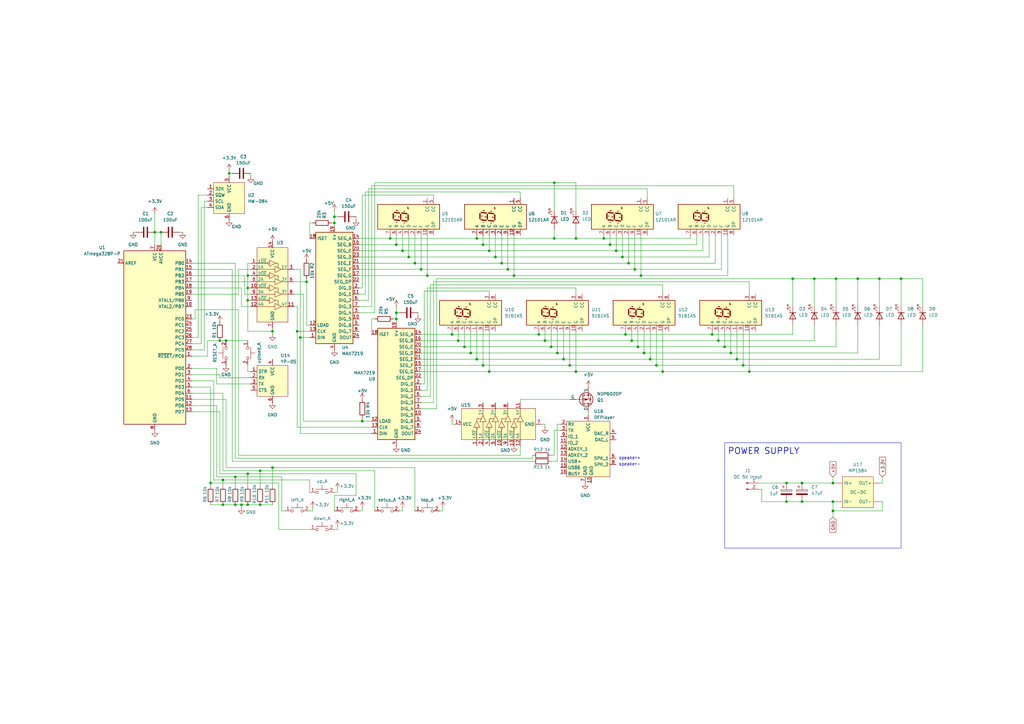
<source format=kicad_sch>
(kicad_sch (version 20250114) (generator "eeschema") (generator_version "9.0")
  (paper "A3")
  (title_block (title "Alarm Clock Full Schematic") (date "2025-12-06") (rev "1") (company "Lidwyn"))
  (rectangle (start 297.18 181.61) (end 369.57 224.79))
  (text "POWER SUPPLY" (at 298.45 183.642 0) (effects (font (size 2.54 2.54) (thickness 0.254) (bold yes)) (justify left top)))
  (text "speaker-" (at 258.318 190.5 0) (effects (font (size 1.27 1.27))))
  (text "speaker+" (at 258.318 187.96 0) (effects (font (size 1.27 1.27))))
  (junction (at 165.1 102.87))
  (junction (at 255.27 105.41))
  (junction (at 233.68 149.86))
  (junction (at 210.82 113.03))
  (junction (at 236.22 152.4))
  (junction (at 137.16 88.9))
  (junction (at 351.79 114.3))
  (junction (at 160.02 97.79))
  (junction (at 96.52 207.01))
  (junction (at 226.06 142.24))
  (junction (at 271.78 152.4))
  (junction (at 106.68 207.01))
  (junction (at 99.06 207.01))
  (junction (at 148.59 172.72))
  (junction (at 96.52 195.58))
  (junction (at 341.63 198.12))
  (junction (at 137.16 91.44))
  (junction (at 307.34 152.4))
  (junction (at 260.35 110.49))
  (junction (at 93.98 71.12))
  (junction (at 208.28 110.49))
  (junction (at 247.65 97.79))
  (junction (at 63.5 95.25))
  (junction (at 185.42 137.16))
  (junction (at 205.74 107.95))
  (junction (at 325.12 114.3))
  (junction (at 304.8 149.86))
  (junction (at 175.26 113.03))
  (junction (at 231.14 147.32))
  (junction (at 111.76 135.89))
  (junction (at 92.71 139.7))
  (junction (at 299.72 144.78))
  (junction (at 269.24 149.86))
  (junction (at 250.19 100.33))
  (junction (at 266.7 147.32))
  (junction (at 187.96 139.7))
  (junction (at 106.68 193.04))
  (junction (at 193.04 144.78))
  (junction (at 172.72 110.49))
  (junction (at 341.63 209.55))
  (junction (at 91.44 196.85))
  (junction (at 125.73 115.57))
  (junction (at 198.12 100.33))
  (junction (at 162.56 130.81))
  (junction (at 228.6 144.78))
  (junction (at 292.1 137.16))
  (junction (at 223.52 139.7))
  (junction (at 195.58 147.32))
  (junction (at 256.54 137.16))
  (junction (at 328.93 198.12))
  (junction (at 66.04 95.25))
  (junction (at 341.63 205.74))
  (junction (at 90.17 139.7))
  (junction (at 262.89 113.03))
  (junction (at 259.08 139.7))
  (junction (at 101.6 207.01))
  (junction (at 297.18 142.24))
  (junction (at 162.56 128.27))
  (junction (at 123.19 138.43))
  (junction (at 334.01 114.3))
  (junction (at 121.92 135.89))
  (junction (at 261.62 142.24))
  (junction (at 302.26 147.32))
  (junction (at 162.56 100.33))
  (junction (at 264.16 144.78))
  (junction (at 322.58 198.12))
  (junction (at 195.58 97.79))
  (junction (at 252.73 102.87))
  (junction (at 170.18 107.95))
  (junction (at 190.5 142.24))
  (junction (at 101.6 118.11))
  (junction (at 227.33 74.93))
  (junction (at 101.6 123.19))
  (junction (at 322.58 205.74))
  (junction (at 220.98 137.16))
  (junction (at 328.93 205.74))
  (junction (at 101.6 113.03))
  (junction (at 200.66 152.4))
  (junction (at 101.6 194.31))
  (junction (at 200.66 102.87))
  (junction (at 369.57 114.3))
  (junction (at 111.76 191.77))
  (junction (at 227.33 97.79))
  (junction (at 342.9 114.3))
  (junction (at 360.68 114.3))
  (junction (at 167.64 105.41))
  (junction (at 294.64 139.7))
  (junction (at 257.81 107.95))
  (junction (at 198.12 149.86))
  (junction (at 86.36 198.12))
  (junction (at 203.2 105.41))
  (junction (at 236.22 97.79))
  (junction (at 91.44 207.01))
  (wire (pts (xy 80.01 130.81) (xy 78.74 130.81)))
  (wire (pts (xy 227.33 186.69) (xy 227.33 176.53)))
  (wire (pts (xy 148.59 80.01) (xy 177.8 80.01)))
  (wire (pts (xy 83.82 82.55) (xy 83.82 143.51)))
  (wire (pts (xy 162.56 128.27) (xy 162.56 130.81)))
  (wire (pts (xy 300.99 76.2) (xy 300.99 81.28)))
  (wire (pts (xy 227.33 74.93) (xy 227.33 86.36)))
  (wire (pts (xy 88.9 195.58) (xy 88.9 166.37)))
  (wire (pts (xy 124.46 120.65) (xy 124.46 172.72)))
  (wire (pts (xy 87.63 156.21) (xy 78.74 156.21)))
  (wire (pts (xy 146.05 194.31) (xy 101.6 194.31)))
  (wire (pts (xy 290.83 105.41) (xy 290.83 96.52)))
  (wire (pts (xy 153.67 74.93) (xy 227.33 74.93)))
  (wire (pts (xy 302.26 147.32) (xy 360.68 147.32)))
  (wire (pts (xy 231.14 147.32) (xy 266.7 147.32)))
  (wire (pts (xy 137.16 88.9) (xy 138.43 88.9)))
  (wire (pts (xy 96.52 195.58) (xy 96.52 199.39)))
  (wire (pts (xy 101.6 194.31) (xy 90.17 194.31)))
  (wire (pts (xy 283.21 97.79) (xy 283.21 96.52)))
  (wire (pts (xy 193.04 144.78) (xy 193.04 135.89)))
  (wire (pts (xy 236.22 97.79) (xy 247.65 97.79)))
  (wire (pts (xy 147.32 97.79) (xy 160.02 97.79)))
  (wire (pts (xy 210.82 113.03) (xy 210.82 96.52)))
  (wire (pts (xy 170.18 191.77) (xy 111.76 191.77)))
  (wire (pts (xy 78.74 161.29) (xy 91.44 161.29)))
  (wire (pts (xy 233.68 149.86) (xy 233.68 135.89)))
  (wire (pts (xy 147.32 113.03) (xy 175.26 113.03)))
  (wire (pts (xy 297.18 142.24) (xy 342.9 142.24)))
  (wire (pts (xy 227.33 74.93) (xy 236.22 74.93)))
  (wire (pts (xy 147.32 128.27) (xy 153.67 128.27)))
  (wire (pts (xy 325.12 114.3) (xy 334.01 114.3)))
  (wire (pts (xy 123.19 177.8) (xy 152.4 177.8)))
  (wire (pts (xy 93.98 69.85) (xy 93.98 71.12)))
  (wire (pts (xy 223.52 173.99) (xy 223.52 175.26)))
  (wire (pts (xy 369.57 149.86) (xy 369.57 133.35)))
  (wire (pts (xy 198.12 100.33) (xy 250.19 100.33)))
  (wire (pts (xy 172.72 152.4) (xy 200.66 152.4)))
  (wire (pts (xy 123.19 110.49) (xy 123.19 138.43)))
  (wire (pts (xy 93.98 71.12) (xy 93.98 72.39)))
  (wire (pts (xy 128.27 208.28) (xy 128.27 209.55)))
  (wire (pts (xy 227.33 97.79) (xy 236.22 97.79)))
  (wire (pts (xy 99.06 125.73) (xy 102.87 125.73)))
  (wire (pts (xy 100.33 113.03) (xy 100.33 120.65)))
  (wire (pts (xy 172.72 110.49) (xy 208.28 110.49)))
  (wire (pts (xy 102.87 154.94) (xy 90.17 154.94)))
  (wire (pts (xy 295.91 110.49) (xy 295.91 96.52)))
  (wire (pts (xy 312.42 200.66) (xy 312.42 205.74)))
  (wire (pts (xy 63.5 95.25) (xy 66.04 95.25)))
  (wire (pts (xy 148.59 208.28) (xy 148.59 209.55)))
  (wire (pts (xy 171.45 128.27) (xy 171.45 129.54)))
  (wire (pts (xy 91.44 193.04) (xy 106.68 193.04)))
  (wire (pts (xy 100.33 120.65) (xy 102.87 120.65)))
  (wire (pts (xy 124.46 172.72) (xy 148.59 172.72)))
  (wire (pts (xy 294.64 139.7) (xy 294.64 135.89)))
  (wire (pts (xy 91.44 196.85) (xy 87.63 196.85)))
  (wire (pts (xy 165.1 102.87) (xy 165.1 96.52)))
  (wire (pts (xy 172.72 167.64) (xy 179.07 167.64)))
  (wire (pts (xy 115.57 195.58) (xy 96.52 195.58)))
  (wire (pts (xy 148.59 118.11) (xy 148.59 80.01)))
  (wire (pts (xy 90.17 194.31) (xy 90.17 168.91)))
  (wire (pts (xy 63.5 95.25) (xy 63.5 100.33)))
  (wire (pts (xy 125.73 133.35) (xy 127 133.35)))
  (wire (pts (xy 127 201.93) (xy 127 196.85)))
  (wire (pts (xy 218.44 187.96) (xy 96.52 187.96)))
  (wire (pts (xy 261.62 142.24) (xy 297.18 142.24)))
  (wire (pts (xy 101.6 113.03) (xy 101.6 118.11)))
  (wire (pts (xy 195.58 97.79) (xy 195.58 96.52)))
  (wire (pts (xy 97.79 120.65) (xy 97.79 110.49)))
  (wire (pts (xy 128.27 209.55) (xy 127 209.55)))
  (wire (pts (xy 341.63 198.12) (xy 342.9 198.12)))
  (wire (pts (xy 80.01 127) (xy 97.79 127)))
  (wire (pts (xy 175.26 118.11) (xy 236.22 118.11)))
  (wire (pts (xy 161.29 130.81) (xy 162.56 130.81)))
  (wire (pts (xy 351.79 144.78) (xy 351.79 133.35)))
  (wire (pts (xy 85.09 82.55) (xy 83.82 82.55)))
  (wire (pts (xy 361.95 209.55) (xy 341.63 209.55)))
  (wire (pts (xy 200.66 119.38) (xy 200.66 120.65)))
  (wire (pts (xy 262.89 113.03) (xy 262.89 96.52)))
  (wire (pts (xy 149.86 78.74) (xy 213.36 78.74)))
  (wire (pts (xy 181.61 208.28) (xy 181.61 209.55)))
  (wire (pts (xy 307.34 115.57) (xy 307.34 120.65)))
  (wire (pts (xy 228.6 189.23) (xy 228.6 173.99)))
  (wire (pts (xy 137.16 209.55) (xy 137.16 203.2)))
  (wire (pts (xy 185.42 137.16) (xy 220.98 137.16)))
  (wire (pts (xy 172.72 144.78) (xy 193.04 144.78)))
  (wire (pts (xy 106.68 193.04) (xy 106.68 199.39)))
  (wire (pts (xy 170.18 209.55) (xy 170.18 191.77)))
  (wire (pts (xy 292.1 137.16) (xy 325.12 137.16)))
  (wire (pts (xy 148.59 172.72) (xy 152.4 172.72)))
  (wire (pts (xy 341.63 209.55) (xy 341.63 212.09)))
  (wire (pts (xy 360.68 205.74) (xy 361.95 205.74)))
  (wire (pts (xy 78.74 113.03) (xy 100.33 113.03)))
  (wire (pts (xy 325.12 137.16) (xy 325.12 133.35)))
  (wire (pts (xy 236.22 152.4) (xy 271.78 152.4)))
  (wire (pts (xy 190.5 142.24) (xy 190.5 135.89)))
  (wire (pts (xy 195.58 97.79) (xy 227.33 97.79)))
  (wire (pts (xy 172.72 165.1) (xy 177.8 165.1)))
  (wire (pts (xy 299.72 144.78) (xy 299.72 135.89)))
  (wire (pts (xy 137.16 91.44) (xy 137.16 92.71)))
  (wire (pts (xy 87.63 196.85) (xy 87.63 156.21)))
  (wire (pts (xy 138.43 217.17) (xy 137.16 217.17)))
  (wire (pts (xy 233.68 149.86) (xy 269.24 149.86)))
  (wire (pts (xy 180.34 209.55) (xy 181.61 209.55)))
  (wire (pts (xy 228.6 144.78) (xy 228.6 135.89)))
  (wire (pts (xy 227.33 176.53) (xy 229.87 176.53)))
  (wire (pts (xy 123.19 138.43) (xy 123.19 177.8)))
  (wire (pts (xy 114.3 198.12) (xy 86.36 198.12)))
  (wire (pts (xy 91.44 196.85) (xy 91.44 199.39)))
  (wire (pts (xy 101.6 207.01) (xy 106.68 207.01)))
  (wire (pts (xy 78.74 163.83) (xy 92.71 163.83)))
  (wire (pts (xy 271.78 152.4) (xy 307.34 152.4)))
  (wire (pts (xy 218.44 187.96) (xy 218.44 186.69)))
  (wire (pts (xy 222.25 173.99) (xy 223.52 173.99)))
  (wire (pts (xy 137.16 88.9) (xy 137.16 91.44)))
  (wire (pts (xy 121.92 135.89) (xy 121.92 175.26)))
  (wire (pts (xy 147.32 102.87) (xy 165.1 102.87)))
  (wire (pts (xy 96.52 195.58) (xy 88.9 195.58)))
  (wire (pts (xy 220.98 137.16) (xy 220.98 135.89)))
  (wire (pts (xy 252.73 102.87) (xy 252.73 96.52)))
  (wire (pts (xy 97.79 127) (xy 97.79 186.69)))
  (wire (pts (xy 101.6 123.19) (xy 102.87 123.19)))
  (wire (pts (xy 328.93 205.74) (xy 341.63 205.74)))
  (wire (pts (xy 200.66 102.87) (xy 200.66 96.52)))
  (wire (pts (xy 260.35 110.49) (xy 260.35 96.52)))
  (wire (pts (xy 185.42 172.72) (xy 185.42 173.99)))
  (wire (pts (xy 123.19 138.43) (xy 127 138.43)))
  (wire (pts (xy 271.78 152.4) (xy 271.78 135.89)))
  (wire (pts (xy 261.62 142.24) (xy 261.62 135.89)))
  (wire (pts (xy 351.79 114.3) (xy 360.68 114.3)))
  (wire (pts (xy 78.74 115.57) (xy 102.87 115.57)))
  (wire (pts (xy 91.44 207.01) (xy 96.52 207.01)))
  (wire (pts (xy 266.7 147.32) (xy 266.7 135.89)))
  (wire (pts (xy 90.17 168.91) (xy 78.74 168.91)))
  (wire (pts (xy 147.32 123.19) (xy 151.13 123.19)))
  (wire (pts (xy 223.52 139.7) (xy 259.08 139.7)))
  (wire (pts (xy 86.36 198.12) (xy 86.36 199.39)))
  (wire (pts (xy 66.04 95.25) (xy 66.04 100.33)))
  (wire (pts (xy 228.6 173.99) (xy 229.87 173.99)))
  (wire (pts (xy 92.71 139.7) (xy 90.17 139.7)))
  (wire (pts (xy 147.32 118.11) (xy 148.59 118.11)))
  (wire (pts (xy 78.74 151.13) (xy 88.9 151.13)))
  (wire (pts (xy 101.6 123.19) (xy 101.6 135.89)))
  (wire (pts (xy 361.95 198.12) (xy 361.95 195.58)))
  (wire (pts (xy 82.55 85.09) (xy 82.55 140.97)))
  (wire (pts (xy 195.58 147.32) (xy 195.58 135.89)))
  (wire (pts (xy 311.15 200.66) (xy 312.42 200.66)))
  (wire (pts (xy 351.79 125.73) (xy 351.79 114.3)))
  (wire (pts (xy 101.6 135.89) (xy 111.76 135.89)))
  (wire (pts (xy 83.82 143.51) (xy 78.74 143.51)))
  (wire (pts (xy 102.87 157.48) (xy 88.9 157.48)))
  (wire (pts (xy 205.74 107.95) (xy 257.81 107.95)))
  (wire (pts (xy 322.58 205.74) (xy 328.93 205.74)))
  (wire (pts (xy 146.05 203.2) (xy 146.05 194.31)))
  (wire (pts (xy 172.72 147.32) (xy 195.58 147.32)))
  (wire (pts (xy 85.09 80.01) (xy 81.28 80.01)))
  (wire (pts (xy 294.64 139.7) (xy 334.01 139.7)))
  (wire (pts (xy 55.88 95.25) (xy 54.61 95.25)))
  (wire (pts (xy 247.65 97.79) (xy 283.21 97.79)))
  (wire (pts (xy 200.66 152.4) (xy 236.22 152.4)))
  (wire (pts (xy 125.73 114.3) (xy 125.73 115.57)))
  (wire (pts (xy 378.46 114.3) (xy 378.46 125.73)))
  (wire (pts (xy 269.24 149.86) (xy 269.24 135.89)))
  (wire (pts (xy 152.4 76.2) (xy 300.99 76.2)))
  (wire (pts (xy 111.76 191.77) (xy 111.76 199.39)))
  (wire (pts (xy 213.36 182.88) (xy 213.36 186.69)))
  (wire (pts (xy 101.6 118.11) (xy 102.87 118.11)))
  (wire (pts (xy 173.99 119.38) (xy 173.99 157.48)))
  (wire (pts (xy 213.36 78.74) (xy 213.36 81.28)))
  (wire (pts (xy 341.63 205.74) (xy 341.63 209.55)))
  (wire (pts (xy 81.28 80.01) (xy 81.28 138.43)))
  (wire (pts (xy 172.72 149.86) (xy 198.12 149.86)))
  (wire (pts (xy 288.29 102.87) (xy 288.29 96.52)))
  (wire (pts (xy 165.1 102.87) (xy 200.66 102.87)))
  (wire (pts (xy 172.72 110.49) (xy 172.72 96.52)))
  (wire (pts (xy 99.06 207.01) (xy 99.06 208.28)))
  (wire (pts (xy 90.17 139.7) (xy 85.09 139.7)))
  (wire (pts (xy 78.74 110.49) (xy 95.25 110.49)))
  (wire (pts (xy 172.72 162.56) (xy 176.53 162.56)))
  (wire (pts (xy 369.57 114.3) (xy 378.46 114.3)))
  (wire (pts (xy 226.06 186.69) (xy 227.33 186.69)))
  (wire (pts (xy 165.1 209.55) (xy 163.83 209.55)))
  (wire (pts (xy 165.1 208.28) (xy 165.1 209.55)))
  (wire (pts (xy 257.81 107.95) (xy 293.37 107.95)))
  (wire (pts (xy 120.65 115.57) (xy 125.73 115.57)))
  (wire (pts (xy 256.54 137.16) (xy 292.1 137.16)))
  (wire (pts (xy 198.12 149.86) (xy 233.68 149.86)))
  (wire (pts (xy 149.86 120.65) (xy 149.86 78.74)))
  (wire (pts (xy 147.32 107.95) (xy 170.18 107.95)))
  (wire (pts (xy 102.87 107.95) (xy 101.6 107.95)))
  (wire (pts (xy 312.42 205.74) (xy 322.58 205.74)))
  (wire (pts (xy 177.8 115.57) (xy 307.34 115.57)))
  (wire (pts (xy 138.43 200.66) (xy 138.43 201.93)))
  (wire (pts (xy 252.73 102.87) (xy 288.29 102.87)))
  (wire (pts (xy 138.43 201.93) (xy 137.16 201.93)))
  (wire (pts (xy 85.09 146.05) (xy 78.74 146.05)))
  (wire (pts (xy 175.26 113.03) (xy 210.82 113.03)))
  (wire (pts (xy 127 97.79) (xy 127 91.44)))
  (wire (pts (xy 227.33 93.98) (xy 227.33 97.79)))
  (wire (pts (xy 147.32 100.33) (xy 162.56 100.33)))
  (wire (pts (xy 101.6 118.11) (xy 101.6 123.19)))
  (wire (pts (xy 97.79 186.69) (xy 213.36 186.69)))
  (wire (pts (xy 172.72 142.24) (xy 190.5 142.24)))
  (wire (pts (xy 247.65 97.79) (xy 247.65 96.52)))
  (wire (pts (xy 208.28 110.49) (xy 260.35 110.49)))
  (wire (pts (xy 99.06 118.11) (xy 99.06 125.73)))
  (wire (pts (xy 121.92 125.73) (xy 121.92 135.89)))
  (wire (pts (xy 162.56 100.33) (xy 198.12 100.33)))
  (wire (pts (xy 125.73 115.57) (xy 125.73 133.35)))
  (wire (pts (xy 153.67 128.27) (xy 153.67 74.93)))
  (wire (pts (xy 120.65 125.73) (xy 121.92 125.73)))
  (wire (pts (xy 95.25 189.23) (xy 218.44 189.23)))
  (wire (pts (xy 175.26 113.03) (xy 175.26 96.52)))
  (wire (pts (xy 292.1 137.16) (xy 292.1 135.89)))
  (wire (pts (xy 260.35 110.49) (xy 295.91 110.49)))
  (wire (pts (xy 255.27 105.41) (xy 290.83 105.41)))
  (wire (pts (xy 299.72 144.78) (xy 351.79 144.78)))
  (wire (pts (xy 200.66 152.4) (xy 200.66 135.89)))
  (wire (pts (xy 152.4 130.81) (xy 153.67 130.81)))
  (wire (pts (xy 236.22 152.4) (xy 236.22 135.89)))
  (wire (pts (xy 111.76 137.16) (xy 111.76 135.89)))
  (wire (pts (xy 334.01 133.35) (xy 334.01 139.7)))
  (wire (pts (xy 172.72 139.7) (xy 187.96 139.7)))
  (wire (pts (xy 369.57 114.3) (xy 369.57 125.73)))
  (wire (pts (xy 81.28 138.43) (xy 78.74 138.43)))
  (wire (pts (xy 147.32 110.49) (xy 172.72 110.49)))
  (wire (pts (xy 160.02 97.79) (xy 195.58 97.79)))
  (wire (pts (xy 78.74 118.11) (xy 99.06 118.11)))
  (wire (pts (xy 208.28 110.49) (xy 208.28 96.52)))
  (wire (pts (xy 322.58 198.12) (xy 328.93 198.12)))
  (wire (pts (xy 342.9 125.73) (xy 342.9 114.3)))
  (wire (pts (xy 90.17 154.94) (xy 90.17 153.67)))
  (wire (pts (xy 334.01 114.3) (xy 342.9 114.3)))
  (wire (pts (xy 85.09 85.09) (xy 82.55 85.09)))
  (wire (pts (xy 269.24 149.86) (xy 304.8 149.86)))
  (wire (pts (xy 93.98 71.12) (xy 95.25 71.12)))
  (wire (pts (xy 173.99 119.38) (xy 200.66 119.38)))
  (wire (pts (xy 210.82 113.03) (xy 262.89 113.03)))
  (wire (pts (xy 259.08 139.7) (xy 294.64 139.7)))
  (wire (pts (xy 146.05 88.9) (xy 146.05 90.17)))
  (wire (pts (xy 137.16 203.2) (xy 146.05 203.2)))
  (wire (pts (xy 195.58 147.32) (xy 231.14 147.32)))
  (wire (pts (xy 304.8 149.86) (xy 369.57 149.86)))
  (wire (pts (xy 86.36 198.12) (xy 86.36 158.75)))
  (wire (pts (xy 151.13 123.19) (xy 151.13 77.47)))
  (wire (pts (xy 228.6 144.78) (xy 264.16 144.78)))
  (wire (pts (xy 172.72 157.48) (xy 173.99 157.48)))
  (wire (pts (xy 115.57 209.55) (xy 115.57 195.58)))
  (wire (pts (xy 127 196.85) (xy 91.44 196.85)))
  (wire (pts (xy 90.17 153.67) (xy 78.74 153.67)))
  (wire (pts (xy 250.19 100.33) (xy 250.19 96.52)))
  (wire (pts (xy 175.26 160.02) (xy 175.26 118.11)))
  (wire (pts (xy 236.22 74.93) (xy 236.22 86.36)))
  (wire (pts (xy 135.89 91.44) (xy 137.16 91.44)))
  (wire (pts (xy 378.46 152.4) (xy 378.46 133.35)))
  (wire (pts (xy 177.8 165.1) (xy 177.8 115.57)))
  (wire (pts (xy 223.52 139.7) (xy 223.52 135.89)))
  (wire (pts (xy 307.34 152.4) (xy 378.46 152.4)))
  (wire (pts (xy 172.72 137.16) (xy 185.42 137.16)))
  (wire (pts (xy 311.15 198.12) (xy 322.58 198.12)))
  (wire (pts (xy 213.36 165.1) (xy 213.36 163.83)))
  (wire (pts (xy 138.43 215.9) (xy 138.43 217.17)))
  (wire (pts (xy 97.79 110.49) (xy 102.87 110.49)))
  (wire (pts (xy 360.68 198.12) (xy 361.95 198.12)))
  (wire (pts (xy 147.32 125.73) (xy 152.4 125.73)))
  (wire (pts (xy 360.68 147.32) (xy 360.68 133.35)))
  (wire (pts (xy 334.01 114.3) (xy 334.01 125.73)))
  (wire (pts (xy 179.07 114.3) (xy 179.07 167.64)))
  (wire (pts (xy 360.68 114.3) (xy 369.57 114.3)))
  (wire (pts (xy 101.6 107.95) (xy 101.6 113.03)))
  (wire (pts (xy 250.19 100.33) (xy 285.75 100.33)))
  (wire (pts (xy 256.54 137.16) (xy 256.54 135.89)))
  (wire (pts (xy 85.09 139.7) (xy 85.09 146.05)))
  (wire (pts (xy 86.36 158.75) (xy 78.74 158.75)))
  (wire (pts (xy 187.96 139.7) (xy 187.96 135.89)))
  (wire (pts (xy 241.3 168.91) (xy 241.3 170.18)))
  (wire (pts (xy 264.16 144.78) (xy 299.72 144.78)))
  (wire (pts (xy 302.26 147.32) (xy 302.26 135.89)))
  (wire (pts (xy 96.52 207.01) (xy 99.06 207.01)))
  (wire (pts (xy 63.5 87.63) (xy 63.5 95.25)))
  (wire (pts (xy 172.72 160.02) (xy 175.26 160.02)))
  (wire (pts (xy 259.08 139.7) (xy 259.08 135.89)))
  (wire (pts (xy 162.56 125.73) (xy 162.56 128.27)))
  (wire (pts (xy 213.36 163.83) (xy 233.68 163.83)))
  (wire (pts (xy 231.14 147.32) (xy 231.14 135.89)))
  (wire (pts (xy 101.6 139.7) (xy 92.71 139.7)))
  (wire (pts (xy 162.56 130.81) (xy 162.56 132.08)))
  (wire (pts (xy 137.16 86.36) (xy 137.16 88.9)))
  (wire (pts (xy 193.04 144.78) (xy 228.6 144.78)))
  (wire (pts (xy 187.96 139.7) (xy 223.52 139.7)))
  (wire (pts (xy 95.25 110.49) (xy 95.25 189.23)))
  (wire (pts (xy 153.67 193.04) (xy 153.67 209.55)))
  (wire (pts (xy 92.71 191.77) (xy 92.71 163.83)))
  (wire (pts (xy 325.12 114.3) (xy 325.12 125.73)))
  (wire (pts (xy 86.36 207.01) (xy 91.44 207.01)))
  (wire (pts (xy 74.93 95.25) (xy 73.66 95.25)))
  (wire (pts (xy 102.87 152.4) (xy 101.6 152.4)))
  (wire (pts (xy 114.3 217.17) (xy 114.3 198.12)))
  (wire (pts (xy 101.6 194.31) (xy 101.6 199.39)))
  (wire (pts (xy 255.27 105.41) (xy 255.27 96.52)))
  (wire (pts (xy 102.87 113.03) (xy 101.6 113.03)))
  (wire (pts (xy 328.93 198.12) (xy 341.63 198.12)))
  (wire (pts (xy 88.9 166.37) (xy 78.74 166.37)))
  (wire (pts (xy 82.55 140.97) (xy 78.74 140.97)))
  (wire (pts (xy 185.42 137.16) (xy 185.42 135.89)))
  (wire (pts (xy 342.9 114.3) (xy 351.79 114.3)))
  (wire (pts (xy 190.5 142.24) (xy 226.06 142.24)))
  (wire (pts (xy 106.68 207.01) (xy 111.76 207.01)))
  (wire (pts (xy 177.8 80.01) (xy 177.8 81.28)))
  (wire (pts (xy 102.87 71.12) (xy 102.87 72.39)))
  (wire (pts (xy 160.02 97.79) (xy 160.02 96.52)))
  (wire (pts (xy 167.64 105.41) (xy 203.2 105.41)))
  (wire (pts (xy 293.37 107.95) (xy 293.37 96.52)))
  (wire (pts (xy 152.4 125.73) (xy 152.4 76.2)))
  (wire (pts (xy 264.16 144.78) (xy 264.16 135.89)))
  (wire (pts (xy 147.32 120.65) (xy 149.86 120.65)))
  (wire (pts (xy 176.53 116.84) (xy 176.53 162.56)))
  (wire (pts (xy 307.34 152.4) (xy 307.34 135.89)))
  (wire (pts (xy 185.42 173.99) (xy 186.69 173.99)))
  (wire (pts (xy 148.59 209.55) (xy 147.32 209.55)))
  (wire (pts (xy 167.64 105.41) (xy 167.64 96.52)))
  (wire (pts (xy 226.06 142.24) (xy 261.62 142.24)))
  (wire (pts (xy 200.66 102.87) (xy 252.73 102.87)))
  (wire (pts (xy 162.56 100.33) (xy 162.56 96.52)))
  (wire (pts (xy 78.74 120.65) (xy 97.79 120.65)))
  (wire (pts (xy 148.59 171.45) (xy 148.59 172.72)))
  (wire (pts (xy 151.13 77.47) (xy 265.43 77.47)))
  (wire (pts (xy 360.68 114.3) (xy 360.68 125.73)))
  (wire (pts (xy 162.56 128.27) (xy 163.83 128.27)))
  (wire (pts (xy 111.76 191.77) (xy 92.71 191.77)))
  (wire (pts (xy 203.2 105.41) (xy 255.27 105.41)))
  (wire (pts (xy 271.78 116.84) (xy 271.78 120.65)))
  (wire (pts (xy 285.75 100.33) (xy 285.75 96.52)))
  (wire (pts (xy 176.53 116.84) (xy 271.78 116.84)))
  (wire (pts (xy 121.92 135.89) (xy 127 135.89)))
  (wire (pts (xy 203.2 105.41) (xy 203.2 96.52)))
  (wire (pts (xy 205.74 107.95) (xy 205.74 96.52)))
  (wire (pts (xy 111.76 135.89) (xy 111.76 134.62)))
  (wire (pts (xy 106.68 193.04) (xy 153.67 193.04)))
  (wire (pts (xy 88.9 157.48) (xy 88.9 151.13)))
  (wire (pts (xy 226.06 142.24) (xy 226.06 135.89)))
  (wire (pts (xy 257.81 107.95) (xy 257.81 96.52)))
  (wire (pts (xy 91.44 161.29) (xy 91.44 193.04)))
  (wire (pts (xy 152.4 137.16) (xy 152.4 130.81)))
  (wire (pts (xy 361.95 205.74) (xy 361.95 209.55)))
  (wire (pts (xy 120.65 120.65) (xy 124.46 120.65)))
  (wire (pts (xy 101.6 152.4) (xy 101.6 149.86)))
  (wire (pts (xy 127 217.17) (xy 114.3 217.17)))
  (wire (pts (xy 304.8 149.86) (xy 304.8 135.89)))
  (wire (pts (xy 297.18 142.24) (xy 297.18 135.89)))
  (wire (pts (xy 341.63 205.74) (xy 342.9 205.74)))
  (wire (pts (xy 198.12 149.86) (xy 198.12 135.89)))
  (wire (pts (xy 121.92 175.26) (xy 152.4 175.26)))
  (wire (pts (xy 179.07 114.3) (xy 325.12 114.3)))
  (wire (pts (xy 266.7 147.32) (xy 302.26 147.32)))
  (wire (pts (xy 96.52 187.96) (xy 96.52 107.95)))
  (wire (pts (xy 236.22 93.98) (xy 236.22 97.79)))
  (wire (pts (xy 262.89 113.03) (xy 298.45 113.03)))
  (wire (pts (xy 80.01 127) (xy 80.01 130.81)))
  (wire (pts (xy 116.84 209.55) (xy 115.57 209.55)))
  (wire (pts (xy 96.52 107.95) (xy 78.74 107.95)))
  (wire (pts (xy 147.32 105.41) (xy 167.64 105.41)))
  (wire (pts (xy 198.12 100.33) (xy 198.12 96.52)))
  (wire (pts (xy 120.65 110.49) (xy 123.19 110.49)))
  (wire (pts (xy 226.06 189.23) (xy 228.6 189.23)))
  (wire (pts (xy 298.45 113.03) (xy 298.45 96.52)))
  (wire (pts (xy 236.22 118.11) (xy 236.22 120.65)))
  (wire (pts (xy 265.43 77.47) (xy 265.43 81.28)))
  (wire (pts (xy 341.63 195.58) (xy 341.63 198.12)))
  (wire (pts (xy 99.06 207.01) (xy 101.6 207.01)))
  (wire (pts (xy 170.18 107.95) (xy 170.18 96.52)))
  (wire (pts (xy 170.18 107.95) (xy 205.74 107.95)))
  (wire (pts (xy 220.98 137.16) (xy 256.54 137.16)))
  (wire (pts (xy 342.9 142.24) (xy 342.9 133.35)))
  (wire (pts (xy 127 91.44) (xy 128.27 91.44)))
  (global_label "+5V" (shape input) (at 341.63 195.58 90) (property "Intersheetrefs" "${INTERSHEET_REFS}" (effects (hide yes))))
  (global_label "+3.3V" (shape input) (at 361.95 195.58 90) (property "Intersheetrefs" "${INTERSHEET_REFS}" (effects (hide yes))))
  (global_label "GND" (shape input) (at 341.63 212.09 270) (property "Intersheetrefs" "${INTERSHEET_REFS}" (effects (hide yes))))
  (symbol (lib_id "CustomLib:5161AS") (at 299.72 128.27 90) (unit 1)
    (property "Reference" "U13" (at 313.69 126.9999 90) (effects (justify right)))
    (property "Value" "5161AS" (at 313.69 129.5399 90) (effects (justify right)))
  )
  (symbol (lib_id "CustomLib:DFPlayer") (at 241.3 172.72 0) (unit 1)
    (property "Reference" "U16" (at 243.586 168.656 0) (effects (justify left)))
    (property "Value" "DFPlayer" (at 243.586 171.196 0) (effects (justify left)))
  )
  (symbol (lib_id "Device:R") (at 106.68 203.2 180) (unit 1)
    (property "Reference" "R10" (at 104.394 204.724 90))
    (property "Value" "10k" (at 104.394 200.406 90))
    (property "Description" "Resistor" (effects (hide yes)))
  )
  (symbol (lib_id "Device:C") (at 142.24 88.9 90) (unit 1)
    (property "Reference" "C4" (at 143.002 82.042 90))
    (property "Value" "150uF" (at 143.002 84.582 90))
    (property "Description" "Unpolarized capacitor" (effects (hide yes)))
  )
  (symbol (lib_id "Device:LED") (at 351.79 129.54 270) (unit 1)
    (property "Reference" "D6" (at 354.33 126.6824 90) (effects (justify left)))
    (property "Value" "LED" (at 354.33 129.2224 90) (effects (justify left)))
    (property "Description" "Light emitting diode" (effects (hide yes)))
    (property "Sim.Pins" "1=K 2=A" (effects (hide yes)))
  )
  (symbol (lib_id "Device:C") (at 69.85 95.25 90) (unit 1)
    (property "Reference" "C2" (at 69.85 87.63 90))
    (property "Value" "100uF" (at 69.85 90.17 90))
    (property "Description" "Unpolarized capacitor" (effects (hide yes)))
  )
  (symbol (lib_id "Device:LED") (at 369.57 129.54 270) (unit 1)
    (property "Reference" "D8" (at 372.11 126.6824 90) (effects (justify left)))
    (property "Value" "LED" (at 372.11 129.2224 90) (effects (justify left)))
    (property "Description" "Light emitting diode" (effects (hide yes)))
    (property "Sim.Pins" "1=K 2=A" (effects (hide yes)))
  )
  (symbol (lib_id "Device:R") (at 101.6 203.2 180) (unit 1)
    (property "Reference" "R9" (at 99.314 204.724 90))
    (property "Value" "10k" (at 99.314 201.168 90))
    (property "Description" "Resistor" (effects (hide yes)))
  )
  (symbol (lib_id "power:GND") (at 210.82 182.88 0) (unit 1)
    (property "Reference" "#PWR015" (effects (hide yes)))
    (property "Value" "GND" (at 207.264 184.658 0))
    (property "Description" "Power symbol creates a global label with name \"GND\" , ground" (effects (hide yes)))
  )
  (symbol (lib_id "power:GND") (at 102.87 72.39 0) (unit 1)
    (property "Reference" "#PWR026" (effects (hide yes)))
    (property "Value" "GND" (at 105.918 75.184 0))
    (property "Description" "Power symbol creates a global label with name \"GND\" , ground" (effects (hide yes)))
  )
  (symbol (lib_id "power:GND") (at 137.16 143.51 0) (unit 1)
    (property "Reference" "#PWR05" (effects (hide yes)))
    (property "Value" "GND" (at 137.16 148.59 0))
    (property "Description" "Power symbol creates a global label with name \"GND\" , ground" (effects (hide yes)))
  )
  (symbol (lib_id "CustomLib:5161AS") (at 264.16 128.27 90) (unit 1)
    (property "Reference" "U12" (at 278.13 126.9999 90) (effects (justify right)))
    (property "Value" "5161AS" (at 278.13 129.5399 90) (effects (justify right)))
  )
  (symbol (lib_id "Device:R") (at 96.52 203.2 180) (unit 1)
    (property "Reference" "R8" (at 94.234 204.724 90))
    (property "Value" "10k" (at 94.234 201.168 90))
    (property "Description" "Resistor" (effects (hide yes)))
  )
  (symbol (lib_id "CustomLib:12101AR") (at 203.2 88.9 90) (unit 1)
    (property "Reference" "U6" (at 216.662 87.63 90) (effects (justify right)))
    (property "Value" "12101AR" (at 216.662 90.17 90) (effects (justify right)))
  )
  (symbol (lib_id "Driver_LED:MAX7219") (at 137.16 118.11 0) (unit 1)
    (property "Reference" "U4" (at 140.208 142.494 0) (effects (justify left)))
    (property "Value" "MAX7219" (at 140.208 145.034 0) (effects (justify left)))
    (property "Datasheet" "https://datasheets.maximintegrated.com/en/ds/MAX7219-MAX7221.pdf" (effects (hide yes)))
    (property "Description" "8-Digit LED Display Driver" (effects (hide yes)))
  )
  (symbol (lib_id "Device:R") (at 90.17 135.89 180) (unit 1)
    (property "Reference" "R1" (at 87.884 137.414 90))
    (property "Value" "10k" (at 87.884 133.604 90))
    (property "Description" "Resistor" (effects (hide yes)))
  )
  (symbol (lib_id "power:GND") (at 162.56 182.88 0) (unit 1)
    (property "Reference" "#PWR09" (effects (hide yes)))
    (property "Value" "GND" (at 166.37 184.658 0))
    (property "Description" "Power symbol creates a global label with name \"GND\" , ground" (effects (hide yes)))
  )
  (symbol (lib_id "Device:LED") (at 236.22 90.17 270) (unit 1)
    (property "Reference" "D2" (at 238.76 87.3124 90) (effects (justify left)))
    (property "Value" "LED" (at 238.76 89.8524 90) (effects (justify left)))
    (property "Description" "Light emitting diode" (effects (hide yes)))
    (property "Sim.Pins" "1=K 2=A" (effects (hide yes)))
  )
  (symbol (lib_id "CustomLib:12101AR") (at 255.27 88.9 90) (unit 1)
    (property "Reference" "U7" (at 268.732 87.63 90) (effects (justify right)))
    (property "Value" "12101AR" (at 268.732 90.17 90) (effects (justify right)))
  )
  (symbol (lib_id "power:GND") (at 171.45 129.54 0) (unit 1)
    (property "Reference" "#PWR024" (effects (hide yes)))
    (property "Value" "GND" (at 169.164 132.842 0))
    (property "Description" "Power symbol creates a global label with name \"GND\" , ground" (effects (hide yes)))
  )
  (symbol (lib_id "CustomLib:5161AS") (at 228.6 128.27 90) (unit 1)
    (property "Reference" "U11" (at 242.57 126.9999 90) (effects (justify right)))
    (property "Value" "5161AS" (at 242.57 129.5399 90) (effects (justify right)))
  )
  (symbol (lib_id "Device:C_Polarized") (at 322.58 201.93 0) (unit 1)
    (property "Reference" "C6" (at 319.278 199.898 0) (effects (justify right)))
    (property "Value" "1uF" (at 319.278 202.438 0) (effects (justify right)))
    (property "Description" "Polarized capacitor" (effects (hide yes)))
  )
  (symbol (lib_id "Device:R") (at 157.48 130.81 270) (unit 1)
    (property "Reference" "R5" (at 158.496 129.032 0) (effects (justify right)))
    (property "Value" "20k" (at 156.21 129.032 0) (effects (justify right)))
    (property "Description" "Resistor" (effects (hide yes)))
  )
  (symbol (lib_id "Device:R") (at 125.73 110.49 0) (unit 1)
    (property "Reference" "R2" (at 128.016 108.966 90))
    (property "Value" "10k" (at 128.016 112.522 90))
    (property "Description" "Resistor" (effects (hide yes)))
  )
  (symbol (lib_id "power:+3.3V") (at 138.43 200.66 0) (unit 1)
    (property "Reference" "#PWR016" (effects (hide yes)))
    (property "Value" "+3.3V" (at 142.24 199.39 0))
    (property "Description" "Power symbol creates a global label with name \"+3.3V\"" (effects (hide yes)))
  )
  (symbol (lib_id "CustomLib:MP1584") (at 351.79 195.58 0) (unit 1)
    (property "Reference" "U17" (at 351.79 190.5 0))
    (property "Value" "MP1584" (at 351.79 193.04 0))
    (property "Description" "DC-DC Step Down Power 3A MP1584 Adjustable" (effects (hide yes)))
  )
  (symbol (lib_id "Device:LED") (at 227.33 90.17 270) (unit 1)
    (property "Reference" "D1" (at 229.87 87.3124 90) (effects (justify left)))
    (property "Value" "LED" (at 229.87 89.8524 90) (effects (justify left)))
    (property "Description" "Light emitting diode" (effects (hide yes)))
    (property "Sim.Pins" "1=K 2=A" (effects (hide yes)))
  )
  (symbol (lib_id "power:GND") (at 54.61 95.25 0) (unit 1)
    (property "Reference" "#PWR02" (effects (hide yes)))
    (property "Value" "GND" (at 54.61 100.33 0))
    (property "Description" "Power symbol creates a global label with name \"GND\" , ground" (effects (hide yes)))
  )
  (symbol (lib_id "Device:LED") (at 334.01 129.54 270) (unit 1)
    (property "Reference" "D4" (at 336.55 126.6824 90) (effects (justify left)))
    (property "Value" "LED" (at 336.55 129.2224 90) (effects (justify left)))
    (property "Description" "Light emitting diode" (effects (hide yes)))
    (property "Sim.Pins" "1=K 2=A" (effects (hide yes)))
  )
  (symbol (lib_id "power:+3.3V") (at 165.1 208.28 0) (unit 1)
    (property "Reference" "#PWR020" (effects (hide yes)))
    (property "Value" "+3.3V" (at 165.862 204.216 0))
    (property "Description" "Power symbol creates a global label with name \"+3.3V\"" (effects (hide yes)))
  )
  (symbol (lib_id "power:+3.3V") (at 128.27 208.28 0) (unit 1)
    (property "Reference" "#PWR019" (effects (hide yes)))
    (property "Value" "+3.3V" (at 132.08 207.01 0))
    (property "Description" "Power symbol creates a global label with name \"+3.3V\"" (effects (hide yes)))
  )
  (symbol (lib_id "power:+5V") (at 241.3 158.75 0) (unit 1)
    (property "Reference" "#PWR06" (effects (hide yes)))
    (property "Value" "+5V" (at 241.3 153.67 0))
    (property "Description" "Power symbol creates a global label with name \"+5V\"" (effects (hide yes)))
  )
  (symbol (lib_id "power:+3.3V") (at 148.59 208.28 0) (unit 1)
    (property "Reference" "#PWR017" (effects (hide yes)))
    (property "Value" "+3.3V" (at 149.352 204.216 0))
    (property "Description" "Power symbol creates a global label with name \"+3.3V\"" (effects (hide yes)))
  )
  (symbol (lib_id "Simulation_SPICE:PMOS") (at 238.76 163.83 0) (mirror x) (unit 1)
    (property "Reference" "Q1" (at 244.856 164.084 0) (effects (justify left)))
    (property "Value" "NDP6020P" (at 244.856 161.544 0) (effects (justify left)))
    (property "Datasheet" "https://ngspice.sourceforge.io/docs/ngspice-html-manual/manual.xhtml#cha_MOSFETs" (effects (hide yes)))
    (property "Description" "P-MOSFET transistor, drain/source/gate" (effects (hide yes)))
    (property "Sim.Device" "PMOS" (effects (hide yes)))
    (property "Sim.Type" "VDMOS" (effects (hide yes)))
    (property "Sim.Pins" "1=D 2=G 3=S" (effects (hide yes)))
  )
  (symbol (lib_id "Device:C") (at 99.06 71.12 90) (unit 1)
    (property "Reference" "C3" (at 99.822 64.262 90))
    (property "Value" "150uF" (at 99.822 66.802 90))
    (property "Description" "Unpolarized capacitor" (effects (hide yes)))
  )
  (symbol (lib_id "power:GND") (at 111.76 165.1 0) (unit 1)
    (property "Reference" "#PWR028" (effects (hide yes)))
    (property "Value" "GND" (at 111.76 170.18 0))
    (property "Description" "Power symbol creates a global label with name \"GND\" , ground" (effects (hide yes)))
  )
  (symbol (lib_id "power:+3.3V") (at 90.17 132.08 0) (unit 1)
    (property "Reference" "#PWR030" (effects (hide yes)))
    (property "Value" "+3.3V" (at 86.868 128.778 0))
    (property "Description" "Power symbol creates a global label with name \"+3.3V\"" (effects (hide yes)))
  )
  (symbol (lib_id "power:GND") (at 99.06 208.28 0) (unit 1)
    (property "Reference" "#PWR022" (effects (hide yes)))
    (property "Value" "GND" (at 102.87 210.058 0))
    (property "Description" "Power symbol creates a global label with name \"GND\" , ground" (effects (hide yes)))
  )
  (symbol (lib_id "power:+3.3V") (at 93.98 69.85 0) (unit 1)
    (property "Reference" "#PWR023" (effects (hide yes)))
    (property "Value" "+3.3V" (at 93.98 64.77 0))
    (property "Description" "Power symbol creates a global label with name \"+3.3V\"" (effects (hide yes)))
  )
  (symbol (lib_id "Device:R") (at 222.25 189.23 90) (unit 1)
    (property "Reference" "R13" (at 220.726 191.516 90))
    (property "Value" "1k" (at 224.536 191.516 90))
    (property "Description" "Resistor" (effects (hide yes)))
  )
  (symbol (lib_id "Driver_LED:MAX7219") (at 162.56 157.48 0) (unit 1)
    (property "Reference" "U9" (at 153.924 155.448 0) (effects (justify right)))
    (property "Value" "MAX7219" (at 153.924 152.908 0) (effects (justify right)))
    (property "Datasheet" "https://datasheets.maximintegrated.com/en/ds/MAX7219-MAX7221.pdf" (effects (hide yes)))
    (property "Description" "8-Digit LED Display Driver" (effects (hide yes)))
  )
  (symbol (lib_id "Device:R") (at 86.36 203.2 180) (unit 1)
    (property "Reference" "R6" (at 84.074 204.724 90))
    (property "Value" "10k" (at 84.074 201.168 90))
    (property "Description" "Resistor" (effects (hide yes)))
  )
  (symbol (lib_id "power:GND") (at 92.71 149.86 0) (unit 1)
    (property "Reference" "#PWR029" (effects (hide yes)))
    (property "Value" "GND" (at 92.71 153.67 0))
    (property "Description" "Power symbol creates a global label with name \"GND\" , ground" (effects (hide yes)))
  )
  (symbol (lib_id "CustomLib:YP-05") (at 111.76 149.86 0) (unit 1)
    (property "Reference" "U14" (at 115.062 145.796 0) (effects (justify left)))
    (property "Value" "YP-05" (at 115.062 148.336 0) (effects (justify left)))
    (property "Description" "YP-05 FTDI FT232L USB C to TTL UART" (effects (hide yes)))
  )
  (symbol (lib_id "CustomLib:SN74AHCT125N") (at 184.15 173.99 90) (unit 1)
    (property "Reference" "U15" (at 191.008 166.116 90))
  )
  (symbol (lib_id "Device:R") (at 111.76 203.2 180) (unit 1)
    (property "Reference" "R11" (at 109.474 204.724 90))
    (property "Value" "10k" (at 109.474 200.406 90))
    (property "Description" "Resistor" (effects (hide yes)))
  )
  (symbol (lib_id "power:+5V") (at 185.42 172.72 0) (unit 1)
    (property "Reference" "#PWR08" (effects (hide yes)))
    (property "Value" "+5V" (at 185.42 167.64 0))
    (property "Description" "Power symbol creates a global label with name \"+5V\"" (effects (hide yes)))
  )
  (symbol (lib_id "power:+3.3V") (at 181.61 208.28 0) (unit 1)
    (property "Reference" "#PWR021" (effects (hide yes)))
    (property "Value" "+3.3V" (at 182.372 204.216 0))
    (property "Description" "Power symbol creates a global label with name \"+3.3V\"" (effects (hide yes)))
  )
  (symbol (lib_id "Device:R") (at 222.25 186.69 90) (unit 1)
    (property "Reference" "R12" (at 220.726 184.404 90))
    (property "Value" "1k" (at 224.536 184.404 90))
    (property "Description" "Resistor" (effects (hide yes)))
  )
  (symbol (lib_id "Switch:SW_Push_Dual_x2") (at 121.92 209.55 0) (unit 1)
    (property "Reference" "left_" (at 121.92 204.978 0))
    (property "Value" "SW_Push_Dual_x2" (effects (hide yes)))
    (property "Description" "Push button switch, generic, separate symbols, four pins" (effects (hide yes)))
  )
  (symbol (lib_id "power:+3.3V") (at 138.43 215.9 0) (unit 1)
    (property "Reference" "#PWR018" (effects (hide yes)))
    (property "Value" "+3.3V" (at 142.24 214.63 0))
    (property "Description" "Power symbol creates a global label with name \"+3.3V\"" (effects (hide yes)))
  )
  (symbol (lib_id "Switch:SW_Push_Dual_x2") (at 158.75 209.55 0) (unit 1)
    (property "Reference" "setup_" (at 158.75 204.978 0))
    (property "Value" "SW_Push_Dual_x2" (effects (hide yes)))
    (property "Description" "Push button switch, generic, separate symbols, four pins" (effects (hide yes)))
  )
  (symbol (lib_id "CustomLib:HW-084") (at 93.98 74.93 0) (unit 1)
    (property "Reference" "U2" (at 101.6 80.0099 0) (effects (justify left)))
    (property "Value" "HW-084" (at 101.6 82.5499 0) (effects (justify left)))
    (property "Description" "DS3231 RTC module +AT24C32 EEPROM" (effects (hide yes)))
  )
  (symbol (lib_id "CustomLib:12101AR") (at 290.83 88.9 90) (unit 1)
    (property "Reference" "U8" (at 304.292 87.63 90) (effects (justify right)))
    (property "Value" "12101AR" (at 304.292 90.17 90) (effects (justify right)))
  )
  (symbol (lib_id "Switch:SW_Push_Dual_x2") (at 132.08 201.93 0) (unit 1)
    (property "Reference" "up_" (at 132.08 197.358 0))
    (property "Value" "SW_Push_Dual_x2" (effects (hide yes)))
    (property "Description" "Push button switch, generic, separate symbols, four pins" (effects (hide yes)))
  )
  (symbol (lib_id "Device:LED") (at 342.9 129.54 270) (unit 1)
    (property "Reference" "D5" (at 345.44 126.6824 90) (effects (justify left)))
    (property "Value" "LED" (at 345.44 129.2224 90) (effects (justify left)))
    (property "Description" "Light emitting diode" (effects (hide yes)))
    (property "Sim.Pins" "1=K 2=A" (effects (hide yes)))
  )
  (symbol (lib_id "power:+5V") (at 111.76 99.06 0) (unit 1)
    (property "Reference" "#PWR011" (effects (hide yes)))
    (property "Value" "+5V" (at 111.76 93.98 0))
    (property "Description" "Power symbol creates a global label with name \"+5V\"" (effects (hide yes)))
  )
  (symbol (lib_id "power:+5V") (at 137.16 86.36 0) (unit 1)
    (property "Reference" "#PWR012" (effects (hide yes)))
    (property "Value" "+5V" (at 134.874 83.312 0))
    (property "Description" "Power symbol creates a global label with name \"+5V\"" (effects (hide yes)))
  )
  (symbol (lib_id "Device:R") (at 132.08 91.44 270) (unit 1)
    (property "Reference" "R3" (at 133.096 89.662 0) (effects (justify right)))
    (property "Value" "20k" (at 130.81 89.662 0) (effects (justify right)))
    (property "Description" "Resistor" (effects (hide yes)))
  )
  (symbol (lib_id "power:+5V") (at 162.56 125.73 0) (unit 1)
    (property "Reference" "#PWR07" (effects (hide yes)))
    (property "Value" "+5V" (at 160.02 122.682 0))
    (property "Description" "Power symbol creates a global label with name \"+5V\"" (effects (hide yes)))
  )
  (symbol (lib_id "Switch:SW_Push_Dual_x2") (at 101.6 144.78 270) (unit 1)
    (property "Reference" "upload_" (at 106.172 144.78 0))
    (property "Value" "SW_Push_Dual_x2" (effects (hide yes)))
    (property "Description" "Push button switch, generic, separate symbols, four pins" (effects (hide yes)))
  )
  (symbol (lib_id "power:GND") (at 93.98 90.17 0) (unit 1)
    (property "Reference" "#PWR027" (effects (hide yes)))
    (property "Value" "GND" (at 97.028 92.964 0))
    (property "Description" "Power symbol creates a global label with name \"GND\" , ground" (effects (hide yes)))
  )
  (symbol (lib_id "Device:LED") (at 360.68 129.54 270) (unit 1)
    (property "Reference" "D7" (at 363.22 126.6824 90) (effects (justify left)))
    (property "Value" "LED" (at 363.22 129.2224 90) (effects (justify left)))
    (property "Description" "Light emitting diode" (effects (hide yes)))
    (property "Sim.Pins" "1=K 2=A" (effects (hide yes)))
  )
  (symbol (lib_id "power:+5V") (at 148.59 163.83 0) (unit 1)
    (property "Reference" "#PWR032" (effects (hide yes)))
    (property "Value" "+5V" (at 148.59 160.274 0))
    (property "Description" "Power symbol creates a global label with name \"+5V\"" (effects (hide yes)))
  )
  (symbol (lib_id "Switch:SW_Push_Dual_x2") (at 132.08 217.17 0) (unit 1)
    (property "Reference" "down_" (at 132.08 212.598 0))
    (property "Value" "SW_Push_Dual_x2" (effects (hide yes)))
    (property "Description" "Push button switch, generic, separate symbols, four pins" (effects (hide yes)))
  )
  (symbol (lib_id "Switch:SW_Push_Dual_x2") (at 175.26 209.55 0) (unit 1)
    (property "Reference" "top_" (at 175.26 204.978 0))
    (property "Value" "SW_Push_Dual_x2" (effects (hide yes)))
    (property "Description" "Push button switch, generic, separate symbols, four pins" (effects (hide yes)))
  )
  (symbol (lib_id "power:GND") (at 223.52 175.26 0) (unit 1)
    (property "Reference" "#PWR013" (effects (hide yes)))
    (property "Value" "GND" (at 223.52 180.34 0))
    (property "Description" "Power symbol creates a global label with name \"GND\" , ground" (effects (hide yes)))
  )
  (symbol (lib_id "power:+5V") (at 125.73 106.68 0) (unit 1)
    (property "Reference" "#PWR031" (effects (hide yes)))
    (property "Value" "+5V" (at 125.73 102.87 0))
    (property "Description" "Power symbol creates a global label with name \"+5V\"" (effects (hide yes)))
  )
  (symbol (lib_id "Device:R") (at 91.44 203.2 180) (unit 1)
    (property "Reference" "R7" (at 89.154 204.724 90))
    (property "Value" "10k" (at 89.154 201.168 90))
    (property "Description" "Resistor" (effects (hide yes)))
  )
  (symbol (lib_id "Device:C") (at 59.69 95.25 90) (unit 1)
    (property "Reference" "C1" (at 59.69 87.63 90))
    (property "Value" "100uF" (at 59.69 90.17 90))
    (property "Description" "Unpolarized capacitor" (effects (hide yes)))
  )
  (symbol (lib_id "CustomLib:5161AS") (at 193.04 128.27 90) (unit 1)
    (property "Reference" "U10" (at 207.01 126.9999 90) (effects (justify right)))
    (property "Value" "5161AS" (at 207.01 129.5399 90) (effects (justify right)))
  )
  (symbol (lib_id "power:GND") (at 111.76 137.16 0) (unit 1)
    (property "Reference" "#PWR010" (effects (hide yes)))
    (property "Value" "GND" (at 111.76 142.24 0))
    (property "Description" "Power symbol creates a global label with name \"GND\" , ground" (effects (hide yes)))
  )
  (symbol (lib_id "power:GND") (at 240.03 198.12 0) (unit 1)
    (property "Reference" "#PWR014" (effects (hide yes)))
    (property "Value" "GND" (at 240.03 203.2 0))
    (property "Description" "Power symbol creates a global label with name \"GND\" , ground" (effects (hide yes)))
  )
  (symbol (lib_id "CustomLib:SN74AHCT125N") (at 111.76 96.52 0) (unit 1)
    (property "Reference" "U3" (at 114.808 99.568 0))
  )
  (symbol (lib_id "Device:C") (at 167.64 128.27 90) (unit 1)
    (property "Reference" "C5" (at 168.402 121.412 90))
    (property "Value" "150uF" (at 168.402 123.952 90))
    (property "Description" "Unpolarized capacitor" (effects (hide yes)))
  )
  (symbol (lib_id "MCU_Microchip_ATmega:ATmega328P-P") (at 63.5 138.43 0) (unit 1)
    (property "Reference" "U1" (at 41.91 101.5298 0))
    (property "Value" "ATmega328P-P" (at 41.91 104.0698 0))
    (property "Footprint" "Package_DIP:DIP-28_W7.62mm" (effects (hide yes)))
    (property "Datasheet" "http://ww1.microchip.com/downloads/en/DeviceDoc/ATmega328_P%20AVR%20MCU%20with%20picoPower%20Technology%20Data%20Sheet%2040001984A.pdf" (effects (hide yes)))
    (property "Description" "20MHz, 32kB Flash, 2kB SRAM, 1kB EEPROM, DIP-28" (effects (hide yes)))
  )
  (symbol (lib_id "CustomLib:12101AR") (at 167.64 88.9 90) (unit 1)
    (property "Reference" "U5" (at 181.102 87.63 90) (effects (justify right)))
    (property "Value" "12101AR" (at 181.102 90.17 90) (effects (justify right)))
  )
  (symbol (lib_id "power:GND") (at 74.93 95.25 0) (unit 1)
    (property "Reference" "#PWR03" (effects (hide yes)))
    (property "Value" "GND" (at 74.93 100.33 0))
    (property "Description" "Power symbol creates a global label with name \"GND\" , ground" (effects (hide yes)))
  )
  (symbol (lib_id "Device:R") (at 148.59 167.64 0) (unit 1)
    (property "Reference" "R4" (at 150.876 166.116 90))
    (property "Value" "10k" (at 150.876 169.672 90))
    (property "Description" "Resistor" (effects (hide yes)))
  )
  (symbol (lib_id "power:GND") (at 146.05 90.17 0) (unit 1)
    (property "Reference" "#PWR025" (effects (hide yes)))
    (property "Value" "GND" (at 143.764 93.472 0))
    (property "Description" "Power symbol creates a global label with name \"GND\" , ground" (effects (hide yes)))
  )
  (symbol (lib_id "Device:LED") (at 325.12 129.54 270) (unit 1)
    (property "Reference" "D3" (at 327.66 126.6824 90) (effects (justify left)))
    (property "Value" "LED" (at 327.66 129.2224 90) (effects (justify left)))
    (property "Description" "Light emitting diode" (effects (hide yes)))
    (property "Sim.Pins" "1=K 2=A" (effects (hide yes)))
  )
  (symbol (lib_id "Connector:Conn_01x02_Pin") (at 306.07 198.12 0) (unit 1)
    (property "Reference" "J1" (at 306.705 193.04 0))
    (property "Value" "DC 5V Input" (at 306.705 195.58 0))
    (property "Description" "Generic connector, single row, 01x02, script generated" (effects (hide yes)))
  )
  (symbol (lib_id "Switch:SW_Push_Dual_x2") (at 92.71 144.78 90) (unit 1)
    (property "Reference" "RESET_" (at 88.138 144.78 0))
    (property "Value" "SW_Push_Dual_x2" (effects (hide yes)))
    (property "Description" "Push button switch, generic, separate symbols, four pins" (effects (hide yes)))
  )
  (symbol (lib_id "power:+3.3V") (at 63.5 87.63 0) (unit 1)
    (property "Reference" "#PWR04" (effects (hide yes)))
    (property "Value" "+3.3V" (at 63.5 82.55 0))
    (property "Description" "Power symbol creates a global label with name \"+3.3V\"" (effects (hide yes)))
  )
  (symbol (lib_id "Switch:SW_Push_Dual_x2") (at 142.24 209.55 0) (unit 1)
    (property "Reference" "right_" (at 142.24 204.978 0))
    (property "Value" "SW_Push_Dual_x2" (effects (hide yes)))
    (property "Description" "Push button switch, generic, separate symbols, four pins" (effects (hide yes)))
  )
  (symbol (lib_id "Device:LED") (at 378.46 129.54 270) (unit 1)
    (property "Reference" "D9" (at 381 126.6824 90) (effects (justify left)))
    (property "Value" "LED" (at 381 129.2224 90) (effects (justify left)))
    (property "Description" "Light emitting diode" (effects (hide yes)))
    (property "Sim.Pins" "1=K 2=A" (effects (hide yes)))
  )
  (symbol (lib_id "power:GND") (at 63.5 176.53 0) (unit 1)
    (property "Reference" "#PWR01" (effects (hide yes)))
    (property "Value" "GND" (at 63.5 181.61 0))
    (property "Description" "Power symbol creates a global label with name \"GND\" , ground" (effects (hide yes)))
  )
  (symbol (lib_id "Device:C_Polarized") (at 328.93 201.93 0) (unit 1)
    (property "Reference" "C7" (at 332.74 199.7709 0) (effects (justify left)))
    (property "Value" "47uF" (at 332.74 202.3109 0) (effects (justify left)))
    (property "Description" "Polarized capacitor" (effects (hide yes)))
  )
)
</source>
